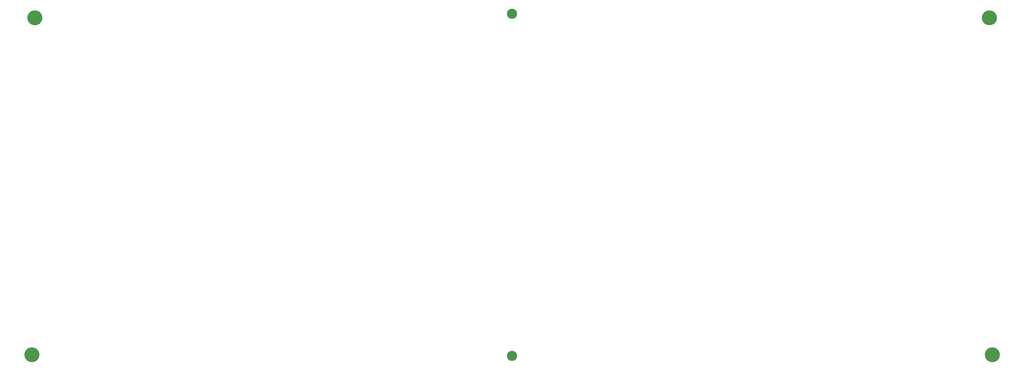
<source format=gbr>
%TF.GenerationSoftware,KiCad,Pcbnew,9.0.0*%
%TF.CreationDate,2025-03-11T22:47:18+00:00*%
%TF.ProjectId,plate,706c6174-652e-46b6-9963-61645f706362,rev?*%
%TF.SameCoordinates,Original*%
%TF.FileFunction,Copper,L1,Top*%
%TF.FilePolarity,Positive*%
%FSLAX46Y46*%
G04 Gerber Fmt 4.6, Leading zero omitted, Abs format (unit mm)*
G04 Created by KiCad (PCBNEW 9.0.0) date 2025-03-11 22:47:18*
%MOMM*%
%LPD*%
G01*
G04 APERTURE LIST*
%TA.AperFunction,ComponentPad*%
%ADD10C,5.600000*%
%TD*%
%TA.AperFunction,ComponentPad*%
%ADD11C,3.800000*%
%TD*%
G04 APERTURE END LIST*
D10*
%TO.P,REF\u002A\u002A,1*%
%TO.N,N/C*%
X389019581Y-170986000D03*
%TD*%
%TO.P,REF\u002A\u002A,1*%
%TO.N,N/C*%
X387933581Y-44592454D03*
%TD*%
%TO.P,REF\u002A\u002A,1*%
%TO.N,N/C*%
X29614000Y-170986000D03*
%TD*%
%TO.P,REF\u002A\u002A,1*%
%TO.N,N/C*%
X30700000Y-44592454D03*
%TD*%
D11*
%TO.P,REF\u002A\u002A,1*%
%TO.N,N/C*%
X209316790Y-171400000D03*
%TD*%
%TO.P,REF\u002A\u002A,1*%
%TO.N,N/C*%
X209316790Y-43092454D03*
%TD*%
M02*

</source>
